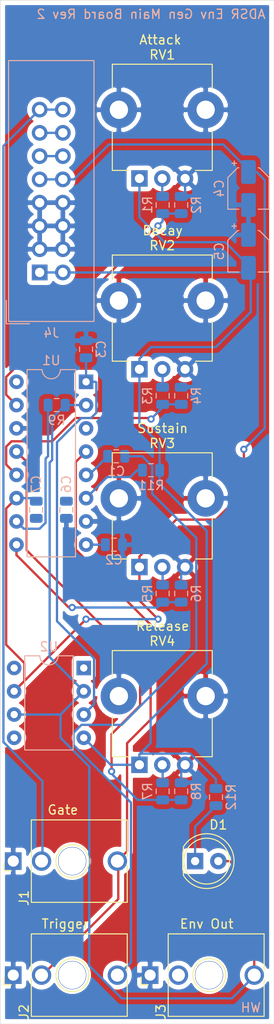
<source format=kicad_pcb>
(kicad_pcb (version 20171130) (host pcbnew "(5.1.4-0-10_14)")
  (layers (0 F.Cu signal) (31 B.Cu signal) (34 B.Paste user) (35 F.Paste user) (36 B.SilkS user) (37 F.SilkS user) (38 B.Mask user) (39 F.Mask user) (44 Edge.Cuts user))
  (net 0 "")
  (net 1 GNDREF)
  (net 2 +12V)
  (net 3 -12V)
  (net 4 /Attack)
  (net 5 /Decay)
  (net 6 /Sustain)
  (net 7 /Release)
  (net 8 "Net-(U1-Pad16)")
  (net 9 +5V)
  (net 10 "Net-(R1-Pad1)")
  (net 11 "Net-(R3-Pad1)")
  (net 12 "Net-(R5-Pad1)")
  (net 13 "Net-(R7-Pad1)")
  (net 14 "Net-(C1-Pad1)")
  (net 15 /Trigger)
  (net 16 "Net-(C2-Pad1)")
  (net 17 "Net-(C3-Pad1)")
  (net 18 /Gate)
  (net 19 /Rear_Gate)
  (net 20 /Rear_CV)
  (net 21 "Net-(R9-Pad1)")
  (net 22 "Net-(U2-Pad1)")
  (net 23 "Net-(U2-Pad5)")
  (net 24 "Net-(U2-Pad8)")
  (net 25 "Net-(D1-Pad1)")
  (net 26 "Net-(D1-Pad2)")
  (net 27 "Net-(U1-Pad3)")
  (net 28 "Net-(C6-Pad1)")
  (module Eurorack:Jack_3.5mm_QingPu_WQP-PJ398SM_Vertical_CircularHoles (layer F.Cu) (at 71.628 142.24 90)
    (fp_text reference J1 (at -4.03 -5.27 270) (layer F.SilkS))
    (fp_text value Gate)
    (fp_line (start -1.06 -7.45) (end -0.2 -7.45) (layer F.SilkS) (width 0.12))
    (fp_line (start -1.06 -7.45) (end -1.06 -6.65) (layer F.SilkS) (width 0.12))
    (fp_circle (center 0 0.03) (end 1.8 0.03) (layer F.SilkS) (width 0.12))
    (fp_line (start -0.35 -4.47) (end -4.5 -4.47) (layer F.SilkS) (width 0.12))
    (fp_line (start 4.5 -4.47) (end 0.35 -4.47) (layer F.SilkS) (width 0.12))
    (fp_line (start -0.5 6.03) (end -4.5 6.03) (layer F.SilkS) (width 0.12))
    (fp_line (start 4.5 6.03) (end 0.5 6.03) (layer F.SilkS) (width 0.12))
    (fp_line (start 4.5 -4.47) (end 4.5 6.03) (layer F.SilkS) (width 0.12))
    (fp_line (start -4.5 -4.47) (end -4.5 6.03) (layer F.SilkS) (width 0.12))
    (pad "" thru_hole circle (at 0 0 90) (size 3.1 3.1) (drill 3) (layers *.Cu *.Mask))
    (pad T thru_hole circle (at 0 4.95 270) (size 2.13 2.13) (drill 1.43) (layers *.Cu *.Mask) (net 18 /Gate))
    (pad S thru_hole rect (at 0 -6.45 270) (size 1.93 1.83) (drill 1.22) (layers *.Cu *.Mask) (net 1 GNDREF))
    (pad TN thru_hole circle (at 0 -3.35 270) (size 2.13 2.13) (drill 1.42) (layers *.Cu *.Mask) (net 19 /Rear_Gate))
  )
  (module Eurorack:Jack_3.5mm_QingPu_WQP-PJ398SM_Vertical_CircularHoles (layer F.Cu) (at 71.628 154.686 90)
    (fp_text reference J2 (at -4.03 -5.27 270) (layer F.SilkS))
    (fp_text value Trigger)
    (fp_line (start -1.06 -7.45) (end -0.2 -7.45) (layer F.SilkS) (width 0.12))
    (fp_line (start -1.06 -7.45) (end -1.06 -6.65) (layer F.SilkS) (width 0.12))
    (fp_circle (center 0 0.03) (end 1.8 0.03) (layer F.SilkS) (width 0.12))
    (fp_line (start -0.35 -4.47) (end -4.5 -4.47) (layer F.SilkS) (width 0.12))
    (fp_line (start 4.5 -4.47) (end 0.35 -4.47) (layer F.SilkS) (width 0.12))
    (fp_line (start -0.5 6.03) (end -4.5 6.03) (layer F.SilkS) (width 0.12))
    (fp_line (start 4.5 6.03) (end 0.5 6.03) (layer F.SilkS) (width 0.12))
    (fp_line (start 4.5 -4.47) (end 4.5 6.03) (layer F.SilkS) (width 0.12))
    (fp_line (start -4.5 -4.47) (end -4.5 6.03) (layer F.SilkS) (width 0.12))
    (pad "" thru_hole circle (at 0 0 90) (size 3.1 3.1) (drill 3) (layers *.Cu *.Mask))
    (pad T thru_hole circle (at 0 4.95 270) (size 2.13 2.13) (drill 1.43) (layers *.Cu *.Mask) (net 15 /Trigger))
    (pad S thru_hole rect (at 0 -6.45 270) (size 1.93 1.83) (drill 1.22) (layers *.Cu *.Mask) (net 1 GNDREF))
    (pad TN thru_hole circle (at 0 -3.35 270) (size 2.13 2.13) (drill 1.42) (layers *.Cu *.Mask) (net 18 /Gate))
  )
  (module Eurorack:Jack_3.5mm_QingPu_WQP-PJ398SM_Vertical_CircularHoles (layer F.Cu) (at 86.614 154.686 90)
    (fp_text reference J3 (at -4.03 -5.27 270) (layer F.SilkS))
    (fp_text value Env)
    (fp_line (start -1.06 -7.45) (end -0.2 -7.45) (layer F.SilkS) (width 0.12))
    (fp_line (start -1.06 -7.45) (end -1.06 -6.65) (layer F.SilkS) (width 0.12))
    (fp_circle (center 0 0.03) (end 1.8 0.03) (layer F.SilkS) (width 0.12))
    (fp_line (start -0.35 -4.47) (end -4.5 -4.47) (layer F.SilkS) (width 0.12))
    (fp_line (start 4.5 -4.47) (end 0.35 -4.47) (layer F.SilkS) (width 0.12))
    (fp_line (start -0.5 6.03) (end -4.5 6.03) (layer F.SilkS) (width 0.12))
    (fp_line (start 4.5 6.03) (end 0.5 6.03) (layer F.SilkS) (width 0.12))
    (fp_line (start 4.5 -4.47) (end 4.5 6.03) (layer F.SilkS) (width 0.12))
    (fp_line (start -4.5 -4.47) (end -4.5 6.03) (layer F.SilkS) (width 0.12))
    (pad "" thru_hole circle (at 0 0 90) (size 3.1 3.1) (drill 3) (layers *.Cu *.Mask))
    (pad T thru_hole circle (at 0 4.95 270) (size 2.13 2.13) (drill 1.43) (layers *.Cu *.Mask) (net 26 "Net-(D1-Pad2)"))
    (pad S thru_hole rect (at 0 -6.45 270) (size 1.93 1.83) (drill 1.22) (layers *.Cu *.Mask) (net 1 GNDREF))
    (pad TN thru_hole circle (at 0 -3.35 270) (size 2.13 2.13) (drill 1.42) (layers *.Cu *.Mask))
  )
  (module Eurorack:Potentiometer_TT_P0915N (layer F.Cu) (at 81.534 60.198)
    (fp_text reference RV1 (at -0.04 -5.98) (layer F.SilkS))
    (fp_text value 100K)
    (fp_line (start 5.43 6.64) (end 3.61 6.64) (layer F.SilkS) (width 0.12))
    (fp_line (start -5.51 -4.95) (end -5.51 -2.23) (layer F.SilkS) (width 0.12))
    (fp_line (start 5.43 -4.95) (end -5.51 -4.95) (layer F.SilkS) (width 0.12))
    (fp_line (start -3.69 6.64) (end -5.51 6.64) (layer F.SilkS) (width 0.12))
    (fp_line (start -5.51 2.27) (end -5.51 6.64) (layer F.SilkS) (width 0.12))
    (fp_line (start 5.43 2.27) (end 5.43 6.64) (layer F.SilkS) (width 0.12))
    (fp_line (start 5.43 -4.95) (end 5.43 -2.23) (layer F.SilkS) (width 0.12))
    (pad "" thru_hole oval (at 4.71 0.02) (size 4 4) (drill 2) (layers *.Cu *.Mask) (net 1 GNDREF))
    (pad "" thru_hole oval (at -4.79 0.02) (size 4 4) (drill 2) (layers *.Cu *.Mask) (net 1 GNDREF))
    (pad 3 thru_hole circle (at 2.46 7.52) (size 1.8 1.8) (drill 1) (layers *.Cu *.Mask) (net 1 GNDREF))
    (pad 2 thru_hole circle (at -0.04 7.52) (size 1.8 1.8) (drill 1) (layers *.Cu *.Mask) (net 10 "Net-(R1-Pad1)"))
    (pad 1 thru_hole rect (at -2.54 7.52) (size 1.8 1.8) (drill 1) (layers *.Cu *.Mask) (net 3 -12V))
  )
  (module Eurorack:Potentiometer_TT_P0915N (layer F.Cu) (at 81.534 81.026)
    (fp_text reference RV2 (at -0.04 -5.98) (layer F.SilkS))
    (fp_text value 100K)
    (fp_line (start 5.43 6.64) (end 3.61 6.64) (layer F.SilkS) (width 0.12))
    (fp_line (start -5.51 -4.95) (end -5.51 -2.23) (layer F.SilkS) (width 0.12))
    (fp_line (start 5.43 -4.95) (end -5.51 -4.95) (layer F.SilkS) (width 0.12))
    (fp_line (start -3.69 6.64) (end -5.51 6.64) (layer F.SilkS) (width 0.12))
    (fp_line (start -5.51 2.27) (end -5.51 6.64) (layer F.SilkS) (width 0.12))
    (fp_line (start 5.43 2.27) (end 5.43 6.64) (layer F.SilkS) (width 0.12))
    (fp_line (start 5.43 -4.95) (end 5.43 -2.23) (layer F.SilkS) (width 0.12))
    (pad "" thru_hole oval (at 4.71 0.02) (size 4 4) (drill 2) (layers *.Cu *.Mask) (net 1 GNDREF))
    (pad "" thru_hole oval (at -4.79 0.02) (size 4 4) (drill 2) (layers *.Cu *.Mask) (net 1 GNDREF))
    (pad 3 thru_hole circle (at 2.46 7.52) (size 1.8 1.8) (drill 1) (layers *.Cu *.Mask) (net 1 GNDREF))
    (pad 2 thru_hole circle (at -0.04 7.52) (size 1.8 1.8) (drill 1) (layers *.Cu *.Mask) (net 11 "Net-(R3-Pad1)"))
    (pad 1 thru_hole rect (at -2.54 7.52) (size 1.8 1.8) (drill 1) (layers *.Cu *.Mask) (net 3 -12V))
  )
  (module Eurorack:Potentiometer_TT_P0915N (layer F.Cu) (at 81.534 102.616)
    (fp_text reference RV3 (at -0.04 -5.98) (layer F.SilkS))
    (fp_text value 100K)
    (fp_line (start 5.43 6.64) (end 3.61 6.64) (layer F.SilkS) (width 0.12))
    (fp_line (start -5.51 -4.95) (end -5.51 -2.23) (layer F.SilkS) (width 0.12))
    (fp_line (start 5.43 -4.95) (end -5.51 -4.95) (layer F.SilkS) (width 0.12))
    (fp_line (start -3.69 6.64) (end -5.51 6.64) (layer F.SilkS) (width 0.12))
    (fp_line (start -5.51 2.27) (end -5.51 6.64) (layer F.SilkS) (width 0.12))
    (fp_line (start 5.43 2.27) (end 5.43 6.64) (layer F.SilkS) (width 0.12))
    (fp_line (start 5.43 -4.95) (end 5.43 -2.23) (layer F.SilkS) (width 0.12))
    (pad "" thru_hole oval (at 4.71 0.02) (size 4 4) (drill 2) (layers *.Cu *.Mask) (net 1 GNDREF))
    (pad "" thru_hole oval (at -4.79 0.02) (size 4 4) (drill 2) (layers *.Cu *.Mask) (net 1 GNDREF))
    (pad 3 thru_hole circle (at 2.46 7.52) (size 1.8 1.8) (drill 1) (layers *.Cu *.Mask) (net 1 GNDREF))
    (pad 2 thru_hole circle (at -0.04 7.52) (size 1.8 1.8) (drill 1) (layers *.Cu *.Mask) (net 12 "Net-(R5-Pad1)"))
    (pad 1 thru_hole rect (at -2.54 7.52) (size 1.8 1.8) (drill 1) (layers *.Cu *.Mask) (net 2 +12V))
  )
  (module Eurorack:Potentiometer_TT_P0915N (layer F.Cu) (at 81.534 124.206)
    (fp_text reference RV4 (at -0.04 -5.98) (layer F.SilkS))
    (fp_text value R_POT_US)
    (fp_line (start 5.43 6.64) (end 3.61 6.64) (layer F.SilkS) (width 0.12))
    (fp_line (start -5.51 -4.95) (end -5.51 -2.23) (layer F.SilkS) (width 0.12))
    (fp_line (start 5.43 -4.95) (end -5.51 -4.95) (layer F.SilkS) (width 0.12))
    (fp_line (start -3.69 6.64) (end -5.51 6.64) (layer F.SilkS) (width 0.12))
    (fp_line (start -5.51 2.27) (end -5.51 6.64) (layer F.SilkS) (width 0.12))
    (fp_line (start 5.43 2.27) (end 5.43 6.64) (layer F.SilkS) (width 0.12))
    (fp_line (start 5.43 -4.95) (end 5.43 -2.23) (layer F.SilkS) (width 0.12))
    (pad "" thru_hole oval (at 4.71 0.02) (size 4 4) (drill 2) (layers *.Cu *.Mask) (net 1 GNDREF))
    (pad "" thru_hole oval (at -4.79 0.02) (size 4 4) (drill 2) (layers *.Cu *.Mask) (net 1 GNDREF))
    (pad 3 thru_hole circle (at 2.46 7.52) (size 1.8 1.8) (drill 1) (layers *.Cu *.Mask) (net 1 GNDREF))
    (pad 2 thru_hole circle (at -0.04 7.52) (size 1.8 1.8) (drill 1) (layers *.Cu *.Mask) (net 13 "Net-(R7-Pad1)"))
    (pad 1 thru_hole rect (at -2.54 7.52) (size 1.8 1.8) (drill 1) (layers *.Cu *.Mask) (net 3 -12V))
  )
  (module Package_DIP:DIP-16_W7.62mm (layer B.Cu) (at 73.152 89.916 180)
    (fp_text reference U1 (at 3.81 2.33 180) (layer B.SilkS) (effects (justify mirror)))
    (fp_text value AS3310)
    (fp_line (start 6.46 1.33) (end 4.81 1.33) (layer B.SilkS) (width 0.12))
    (fp_line (start 6.46 -19.11) (end 6.46 1.33) (layer B.SilkS) (width 0.12))
    (fp_line (start 1.16 -19.11) (end 6.46 -19.11) (layer B.SilkS) (width 0.12))
    (fp_line (start 1.16 1.33) (end 1.16 -19.11) (layer B.SilkS) (width 0.12))
    (fp_line (start 2.81 1.33) (end 1.16 1.33) (layer B.SilkS) (width 0.12))
    (fp_arc (start 3.81 1.33) (end 2.81 1.33) (angle 180) (layer B.SilkS) (width 0.12))
    (pad 16 thru_hole oval (at 7.62 0 180) (size 1.6 1.6) (drill 0.8) (layers *.Cu *.Mask) (net 8 "Net-(U1-Pad16)"))
    (pad 8 thru_hole oval (at 0 -17.78 180) (size 1.6 1.6) (drill 0.8) (layers *.Cu *.Mask) (net 16 "Net-(C2-Pad1)"))
    (pad 15 thru_hole oval (at 7.62 -2.54 180) (size 1.6 1.6) (drill 0.8) (layers *.Cu *.Mask) (net 4 /Attack))
    (pad 7 thru_hole oval (at 0 -15.24 180) (size 1.6 1.6) (drill 0.8) (layers *.Cu *.Mask) (net 1 GNDREF))
    (pad 14 thru_hole oval (at 7.62 -5.08 180) (size 1.6 1.6) (drill 0.8) (layers *.Cu *.Mask) (net 1 GNDREF))
    (pad 6 thru_hole oval (at 0 -12.7 180) (size 1.6 1.6) (drill 0.8) (layers *.Cu *.Mask) (net 28 "Net-(C6-Pad1)"))
    (pad 13 thru_hole oval (at 7.62 -7.62 180) (size 1.6 1.6) (drill 0.8) (layers *.Cu *.Mask) (net 7 /Release))
    (pad 5 thru_hole oval (at 0 -10.16 180) (size 1.6 1.6) (drill 0.8) (layers *.Cu *.Mask) (net 14 "Net-(C1-Pad1)"))
    (pad 12 thru_hole oval (at 7.62 -10.16 180) (size 1.6 1.6) (drill 0.8) (layers *.Cu *.Mask) (net 5 /Decay))
    (pad 4 thru_hole oval (at 0 -7.62 180) (size 1.6 1.6) (drill 0.8) (layers *.Cu *.Mask) (net 18 /Gate))
    (pad 11 thru_hole oval (at 7.62 -12.7 180) (size 1.6 1.6) (drill 0.8) (layers *.Cu *.Mask) (net 2 +12V))
    (pad 3 thru_hole oval (at 0 -5.08 180) (size 1.6 1.6) (drill 0.8) (layers *.Cu *.Mask) (net 27 "Net-(U1-Pad3)"))
    (pad 10 thru_hole oval (at 7.62 -15.24 180) (size 1.6 1.6) (drill 0.8) (layers *.Cu *.Mask) (net 21 "Net-(R9-Pad1)"))
    (pad 2 thru_hole oval (at 0 -2.54 180) (size 1.6 1.6) (drill 0.8) (layers *.Cu *.Mask) (net 26 "Net-(D1-Pad2)"))
    (pad 9 thru_hole oval (at 7.62 -17.78 180) (size 1.6 1.6) (drill 0.8) (layers *.Cu *.Mask) (net 6 /Sustain))
    (pad 1 thru_hole rect (at 0 0 180) (size 1.6 1.6) (drill 0.8) (layers *.Cu *.Mask) (net 17 "Net-(C3-Pad1)"))
  )
  (module Connector_IDC:IDC-Header_2x08_P2.54mm_Vertical (layer B.Cu) (at 68.072 77.978)
    (fp_text reference J4 (at 1.27 6.604) (layer B.SilkS) (effects (justify mirror)))
    (fp_text value Conn_01x16)
    (fp_line (start -3.655 5.6) (end -1.115 5.6) (layer B.SilkS) (width 0.12))
    (fp_line (start -3.655 5.6) (end -3.655 3.06) (layer B.SilkS) (width 0.12))
    (fp_line (start -3.405 5.35) (end 5.945 5.35) (layer B.SilkS) (width 0.12))
    (fp_line (start -3.405 -23.13) (end -3.405 5.35) (layer B.SilkS) (width 0.12))
    (fp_line (start 5.945 -23.13) (end -3.405 -23.13) (layer B.SilkS) (width 0.12))
    (fp_line (start 5.945 5.35) (end 5.945 -23.13) (layer B.SilkS) (width 0.12))
    (pad 16 thru_hole oval (at 2.54 -17.78) (size 1.7272 1.7272) (drill 1.016) (layers *.Cu *.Mask) (net 19 /Rear_Gate))
    (pad 15 thru_hole oval (at 0 -17.78) (size 1.7272 1.7272) (drill 1.016) (layers *.Cu *.Mask) (net 19 /Rear_Gate))
    (pad 14 thru_hole oval (at 2.54 -15.24) (size 1.7272 1.7272) (drill 1.016) (layers *.Cu *.Mask) (net 20 /Rear_CV))
    (pad 13 thru_hole oval (at 0 -15.24) (size 1.7272 1.7272) (drill 1.016) (layers *.Cu *.Mask) (net 20 /Rear_CV))
    (pad 12 thru_hole oval (at 2.54 -12.7) (size 1.7272 1.7272) (drill 1.016) (layers *.Cu *.Mask) (net 9 +5V))
    (pad 11 thru_hole oval (at 0 -12.7) (size 1.7272 1.7272) (drill 1.016) (layers *.Cu *.Mask) (net 9 +5V))
    (pad 10 thru_hole oval (at 2.54 -10.16) (size 1.7272 1.7272) (drill 1.016) (layers *.Cu *.Mask) (net 2 +12V))
    (pad 9 thru_hole oval (at 0 -10.16) (size 1.7272 1.7272) (drill 1.016) (layers *.Cu *.Mask) (net 2 +12V))
    (pad 8 thru_hole oval (at 2.54 -7.62) (size 1.7272 1.7272) (drill 1.016) (layers *.Cu *.Mask) (net 1 GNDREF))
    (pad 7 thru_hole oval (at 0 -7.62) (size 1.7272 1.7272) (drill 1.016) (layers *.Cu *.Mask) (net 1 GNDREF))
    (pad 6 thru_hole oval (at 2.54 -5.08) (size 1.7272 1.7272) (drill 1.016) (layers *.Cu *.Mask) (net 1 GNDREF))
    (pad 5 thru_hole oval (at 0 -5.08) (size 1.7272 1.7272) (drill 1.016) (layers *.Cu *.Mask) (net 1 GNDREF))
    (pad 4 thru_hole oval (at 2.54 -2.54) (size 1.7272 1.7272) (drill 1.016) (layers *.Cu *.Mask) (net 1 GNDREF))
    (pad 3 thru_hole oval (at 0 -2.54) (size 1.7272 1.7272) (drill 1.016) (layers *.Cu *.Mask) (net 1 GNDREF))
    (pad 2 thru_hole oval (at 2.54 0) (size 1.7272 1.7272) (drill 1.016) (layers *.Cu *.Mask) (net 3 -12V))
    (pad 1 thru_hole rect (at 0 0) (size 1.7272 1.7272) (drill 1.016) (layers *.Cu *.Mask) (net 3 -12V))
  )
  (module Resistor_SMD:R_0805_2012Metric (layer B.Cu) (at 81.534 70.612 270)
    (fp_text reference R1 (at 0 1.65 90) (layer B.SilkS) (effects (justify mirror)))
    (fp_text value 22K)
    (fp_line (start -0.258578 -0.71) (end 0.258578 -0.71) (layer B.SilkS) (width 0.12))
    (fp_line (start -0.258578 0.71) (end 0.258578 0.71) (layer B.SilkS) (width 0.12))
    (pad 2 smd roundrect (at 0.9375 0 270) (size 0.975 1.4) (layers B.Cu B.Paste B.Mask) (net 4 /Attack))
    (pad 1 smd roundrect (at -0.9375 0 270) (size 0.975 1.4) (layers B.Cu B.Paste B.Mask) (net 10 "Net-(R1-Pad1)"))
  )
  (module Resistor_SMD:R_0805_2012Metric (layer B.Cu) (at 83.566 70.612 90)
    (fp_text reference R2 (at 0 1.65 90) (layer B.SilkS) (effects (justify mirror)))
    (fp_text value 450)
    (fp_line (start -0.258578 -0.71) (end 0.258578 -0.71) (layer B.SilkS) (width 0.12))
    (fp_line (start -0.258578 0.71) (end 0.258578 0.71) (layer B.SilkS) (width 0.12))
    (pad 2 smd roundrect (at 0.9375 0 90) (size 0.975 1.4) (layers B.Cu B.Paste B.Mask) (net 1 GNDREF))
    (pad 1 smd roundrect (at -0.9375 0 90) (size 0.975 1.4) (layers B.Cu B.Paste B.Mask) (net 4 /Attack))
  )
  (module Resistor_SMD:R_0805_2012Metric (layer B.Cu) (at 81.534 91.44 270)
    (fp_text reference R3 (at 0 1.65 90) (layer B.SilkS) (effects (justify mirror)))
    (fp_text value 22K)
    (fp_line (start -0.258578 -0.71) (end 0.258578 -0.71) (layer B.SilkS) (width 0.12))
    (fp_line (start -0.258578 0.71) (end 0.258578 0.71) (layer B.SilkS) (width 0.12))
    (pad 2 smd roundrect (at 0.9375 0 270) (size 0.975 1.4) (layers B.Cu B.Paste B.Mask) (net 5 /Decay))
    (pad 1 smd roundrect (at -0.9375 0 270) (size 0.975 1.4) (layers B.Cu B.Paste B.Mask) (net 11 "Net-(R3-Pad1)"))
  )
  (module Resistor_SMD:R_0805_2012Metric (layer B.Cu) (at 83.566 91.44 90)
    (fp_text reference R4 (at 0 1.65 90) (layer B.SilkS) (effects (justify mirror)))
    (fp_text value 450)
    (fp_line (start -0.258578 -0.71) (end 0.258578 -0.71) (layer B.SilkS) (width 0.12))
    (fp_line (start -0.258578 0.71) (end 0.258578 0.71) (layer B.SilkS) (width 0.12))
    (pad 2 smd roundrect (at 0.9375 0 90) (size 0.975 1.4) (layers B.Cu B.Paste B.Mask) (net 1 GNDREF))
    (pad 1 smd roundrect (at -0.9375 0 90) (size 0.975 1.4) (layers B.Cu B.Paste B.Mask) (net 5 /Decay))
  )
  (module Resistor_SMD:R_0805_2012Metric (layer B.Cu) (at 81.534 113.03 270)
    (fp_text reference R5 (at 0 1.65 270) (layer B.SilkS) (effects (justify mirror)))
    (fp_text value R_US)
    (fp_line (start -0.258578 -0.71) (end 0.258578 -0.71) (layer B.SilkS) (width 0.12))
    (fp_line (start -0.258578 0.71) (end 0.258578 0.71) (layer B.SilkS) (width 0.12))
    (pad 2 smd roundrect (at 0.9375 0 270) (size 0.975 1.4) (layers B.Cu B.Paste B.Mask) (net 6 /Sustain))
    (pad 1 smd roundrect (at -0.9375 0 270) (size 0.975 1.4) (layers B.Cu B.Paste B.Mask) (net 12 "Net-(R5-Pad1)"))
  )
  (module Resistor_SMD:R_0805_2012Metric (layer B.Cu) (at 83.566 113.03 90)
    (fp_text reference R6 (at 0 1.65 90) (layer B.SilkS) (effects (justify mirror)))
    (fp_text value R_US)
    (fp_line (start -0.258578 -0.71) (end 0.258578 -0.71) (layer B.SilkS) (width 0.12))
    (fp_line (start -0.258578 0.71) (end 0.258578 0.71) (layer B.SilkS) (width 0.12))
    (pad 2 smd roundrect (at 0.9375 0 90) (size 0.975 1.4) (layers B.Cu B.Paste B.Mask) (net 1 GNDREF))
    (pad 1 smd roundrect (at -0.9375 0 90) (size 0.975 1.4) (layers B.Cu B.Paste B.Mask) (net 6 /Sustain))
  )
  (module Resistor_SMD:R_0805_2012Metric (layer B.Cu) (at 81.534 134.62 270)
    (fp_text reference R7 (at 0 1.65 270) (layer B.SilkS) (effects (justify mirror)))
    (fp_text value 22K)
    (fp_line (start -0.258578 -0.71) (end 0.258578 -0.71) (layer B.SilkS) (width 0.12))
    (fp_line (start -0.258578 0.71) (end 0.258578 0.71) (layer B.SilkS) (width 0.12))
    (pad 2 smd roundrect (at 0.9375 0 270) (size 0.975 1.4) (layers B.Cu B.Paste B.Mask) (net 7 /Release))
    (pad 1 smd roundrect (at -0.9375 0 270) (size 0.975 1.4) (layers B.Cu B.Paste B.Mask) (net 13 "Net-(R7-Pad1)"))
  )
  (module Resistor_SMD:R_0805_2012Metric (layer B.Cu) (at 83.566 134.62 90)
    (fp_text reference R8 (at 0 1.65 270) (layer B.SilkS) (effects (justify mirror)))
    (fp_text value 450)
    (fp_line (start -0.258578 -0.71) (end 0.258578 -0.71) (layer B.SilkS) (width 0.12))
    (fp_line (start -0.258578 0.71) (end 0.258578 0.71) (layer B.SilkS) (width 0.12))
    (pad 2 smd roundrect (at 0.9375 0 90) (size 0.975 1.4) (layers B.Cu B.Paste B.Mask) (net 1 GNDREF))
    (pad 1 smd roundrect (at -0.9375 0 90) (size 0.975 1.4) (layers B.Cu B.Paste B.Mask) (net 7 /Release))
  )
  (module Capacitor_SMD:C_0805_2012Metric (layer B.Cu) (at 76.454 98.044)
    (fp_text reference C1 (at 0 1.65) (layer B.SilkS) (effects (justify mirror)))
    (fp_text value 3nF)
    (fp_line (start -0.258578 -0.71) (end 0.258578 -0.71) (layer B.SilkS) (width 0.12))
    (fp_line (start -0.258578 0.71) (end 0.258578 0.71) (layer B.SilkS) (width 0.12))
    (pad 2 smd roundrect (at 0.9375 0) (size 0.975 1.4) (layers B.Cu B.Paste B.Mask) (net 15 /Trigger))
    (pad 1 smd roundrect (at -0.9375 0) (size 0.975 1.4) (layers B.Cu B.Paste B.Mask) (net 14 "Net-(C1-Pad1)"))
  )
  (module Capacitor_SMD:C_0805_2012Metric (layer B.Cu) (at 76.2 107.696)
    (fp_text reference C2 (at 0 1.65) (layer B.SilkS) (effects (justify mirror)))
    (fp_text value 10nF)
    (fp_line (start -0.258578 -0.71) (end 0.258578 -0.71) (layer B.SilkS) (width 0.12))
    (fp_line (start -0.258578 0.71) (end 0.258578 0.71) (layer B.SilkS) (width 0.12))
    (pad 2 smd roundrect (at 0.9375 0) (size 0.975 1.4) (layers B.Cu B.Paste B.Mask) (net 1 GNDREF))
    (pad 1 smd roundrect (at -0.9375 0) (size 0.975 1.4) (layers B.Cu B.Paste B.Mask) (net 16 "Net-(C2-Pad1)"))
  )
  (module Capacitor_SMD:C_0805_2012Metric (layer B.Cu) (at 73.152 86.36 90)
    (fp_text reference C3 (at 0 1.65 90) (layer B.SilkS) (effects (justify mirror)))
    (fp_text value 39nF)
    (fp_line (start -0.258578 -0.71) (end 0.258578 -0.71) (layer B.SilkS) (width 0.12))
    (fp_line (start -0.258578 0.71) (end 0.258578 0.71) (layer B.SilkS) (width 0.12))
    (pad 2 smd roundrect (at 0.9375 0 90) (size 0.975 1.4) (layers B.Cu B.Paste B.Mask) (net 1 GNDREF))
    (pad 1 smd roundrect (at -0.9375 0 90) (size 0.975 1.4) (layers B.Cu B.Paste B.Mask) (net 17 "Net-(C3-Pad1)"))
  )
  (module Capacitor_SMD:CP_Elec_4x3 (layer B.Cu) (at 90.932 68.812 270)
    (fp_text reference C4 (at 0 3.2 90) (layer B.SilkS) (effects (justify mirror)))
    (fp_text value CP1)
    (fp_line (start -2.75 1.81) (end -2.75 1.31) (layer B.SilkS) (width 0.12))
    (fp_line (start -3 1.56) (end -2.5 1.56) (layer B.SilkS) (width 0.12))
    (fp_line (start -2.26 -1.195563) (end -1.195563 -2.26) (layer B.SilkS) (width 0.12))
    (fp_line (start -2.26 1.195563) (end -1.195563 2.26) (layer B.SilkS) (width 0.12))
    (fp_line (start -2.26 1.195563) (end -2.26 1.06) (layer B.SilkS) (width 0.12))
    (fp_line (start -2.26 -1.195563) (end -2.26 -1.06) (layer B.SilkS) (width 0.12))
    (fp_line (start -1.195563 -2.26) (end 2.26 -2.26) (layer B.SilkS) (width 0.12))
    (fp_line (start -1.195563 2.26) (end 2.26 2.26) (layer B.SilkS) (width 0.12))
    (fp_line (start 2.26 2.26) (end 2.26 1.06) (layer B.SilkS) (width 0.12))
    (fp_line (start 2.26 -2.26) (end 2.26 -1.06) (layer B.SilkS) (width 0.12))
    (pad 2 smd roundrect (at 1.8 0 270) (size 2.6 1.6) (layers B.Cu B.Paste B.Mask) (roundrect_rratio 0.15625) (net 1 GNDREF))
    (pad 1 smd roundrect (at -1.8 0 270) (size 2.6 1.6) (layers B.Cu B.Paste B.Mask) (roundrect_rratio 0.15625) (net 2 +12V))
  )
  (module Capacitor_SMD:CP_Elec_4x3 (layer B.Cu) (at 90.932 75.67 270)
    (fp_text reference C5 (at 0 3.2 270) (layer B.SilkS) (effects (justify mirror)))
    (fp_text value CP1)
    (fp_line (start -2.75 1.81) (end -2.75 1.31) (layer B.SilkS) (width 0.12))
    (fp_line (start -3 1.56) (end -2.5 1.56) (layer B.SilkS) (width 0.12))
    (fp_line (start -2.26 -1.195563) (end -1.195563 -2.26) (layer B.SilkS) (width 0.12))
    (fp_line (start -2.26 1.195563) (end -1.195563 2.26) (layer B.SilkS) (width 0.12))
    (fp_line (start -2.26 1.195563) (end -2.26 1.06) (layer B.SilkS) (width 0.12))
    (fp_line (start -2.26 -1.195563) (end -2.26 -1.06) (layer B.SilkS) (width 0.12))
    (fp_line (start -1.195563 -2.26) (end 2.26 -2.26) (layer B.SilkS) (width 0.12))
    (fp_line (start -1.195563 2.26) (end 2.26 2.26) (layer B.SilkS) (width 0.12))
    (fp_line (start 2.26 2.26) (end 2.26 1.06) (layer B.SilkS) (width 0.12))
    (fp_line (start 2.26 -2.26) (end 2.26 -1.06) (layer B.SilkS) (width 0.12))
    (pad 2 smd roundrect (at 1.8 0 270) (size 2.6 1.6) (layers B.Cu B.Paste B.Mask) (roundrect_rratio 0.15625) (net 3 -12V))
    (pad 1 smd roundrect (at -1.8 0 270) (size 2.6 1.6) (layers B.Cu B.Paste B.Mask) (roundrect_rratio 0.15625) (net 1 GNDREF))
  )
  (module Resistor_SMD:R_0805_2012Metric (layer B.Cu) (at 69.9285 92.456)
    (fp_text reference R9 (at 0 1.65) (layer B.SilkS) (effects (justify mirror)))
    (fp_text value 30K)
    (fp_line (start -0.258578 -0.71) (end 0.258578 -0.71) (layer B.SilkS) (width 0.12))
    (fp_line (start -0.258578 0.71) (end 0.258578 0.71) (layer B.SilkS) (width 0.12))
    (pad 2 smd roundrect (at 0.9375 0) (size 0.975 1.4) (layers B.Cu B.Paste B.Mask) (net 26 "Net-(D1-Pad2)"))
    (pad 1 smd roundrect (at -0.9375 0) (size 0.975 1.4) (layers B.Cu B.Paste B.Mask) (net 21 "Net-(R9-Pad1)"))
  )
  (module Resistor_SMD:R_0805_2012Metric (layer B.Cu) (at 80.264 99.568)
    (fp_text reference R11 (at 0 1.65) (layer B.SilkS) (effects (justify mirror)))
    (fp_text value 470)
    (fp_line (start -0.258578 -0.71) (end 0.258578 -0.71) (layer B.SilkS) (width 0.12))
    (fp_line (start -0.258578 0.71) (end 0.258578 0.71) (layer B.SilkS) (width 0.12))
    (pad 2 smd roundrect (at 0.9375 0) (size 0.975 1.4) (layers B.Cu B.Paste B.Mask) (net 3 -12V))
    (pad 1 smd roundrect (at -0.9375 0) (size 0.975 1.4) (layers B.Cu B.Paste B.Mask) (net 28 "Net-(C6-Pad1)"))
  )
  (module Package_DIP:DIP-8_W7.62mm (layer B.Cu) (at 72.898 121.158 180)
    (fp_text reference U2 (at 3.81 2.33) (layer B.SilkS) (effects (justify mirror)))
    (fp_text value TL071)
    (fp_line (start 6.46 1.33) (end 4.81 1.33) (layer B.SilkS) (width 0.12))
    (fp_line (start 6.46 -8.95) (end 6.46 1.33) (layer B.SilkS) (width 0.12))
    (fp_line (start 1.16 -8.95) (end 6.46 -8.95) (layer B.SilkS) (width 0.12))
    (fp_line (start 1.16 1.33) (end 1.16 -8.95) (layer B.SilkS) (width 0.12))
    (fp_line (start 2.81 1.33) (end 1.16 1.33) (layer B.SilkS) (width 0.12))
    (fp_arc (start 3.81 1.33) (end 2.81 1.33) (angle 180) (layer B.SilkS) (width 0.12))
    (pad 8 thru_hole oval (at 7.62 0 180) (size 1.6 1.6) (drill 0.8) (layers *.Cu *.Mask) (net 24 "Net-(U2-Pad8)"))
    (pad 4 thru_hole oval (at 0 -7.62 180) (size 1.6 1.6) (drill 0.8) (layers *.Cu *.Mask) (net 3 -12V))
    (pad 7 thru_hole oval (at 7.62 -2.54 180) (size 1.6 1.6) (drill 0.8) (layers *.Cu *.Mask) (net 2 +12V))
    (pad 3 thru_hole oval (at 0 -5.08 180) (size 1.6 1.6) (drill 0.8) (layers *.Cu *.Mask) (net 17 "Net-(C3-Pad1)"))
    (pad 6 thru_hole oval (at 7.62 -5.08 180) (size 1.6 1.6) (drill 0.8) (layers *.Cu *.Mask) (net 26 "Net-(D1-Pad2)"))
    (pad 2 thru_hole oval (at 0 -2.54 180) (size 1.6 1.6) (drill 0.8) (layers *.Cu *.Mask) (net 26 "Net-(D1-Pad2)"))
    (pad 5 thru_hole oval (at 7.62 -7.62 180) (size 1.6 1.6) (drill 0.8) (layers *.Cu *.Mask) (net 23 "Net-(U2-Pad5)"))
    (pad 1 thru_hole rect (at 0 0 180) (size 1.6 1.6) (drill 0.8) (layers *.Cu *.Mask) (net 22 "Net-(U2-Pad1)"))
  )
  (module Resistor_SMD:R_0805_2012Metric (layer B.Cu) (at 87.376 135.255 90)
    (fp_text reference R12 (at 0 1.65 270) (layer B.SilkS) (effects (justify mirror)))
    (fp_text value R_US)
    (fp_line (start -0.258578 0.71) (end 0.258578 0.71) (layer B.SilkS) (width 0.12))
    (fp_line (start -0.258578 -0.71) (end 0.258578 -0.71) (layer B.SilkS) (width 0.12))
    (pad 1 smd roundrect (at -0.9375 0 90) (size 0.975 1.4) (layers B.Cu B.Paste B.Mask) (net 25 "Net-(D1-Pad1)"))
    (pad 2 smd roundrect (at 0.9375 0 90) (size 0.975 1.4) (layers B.Cu B.Paste B.Mask) (net 3 -12V))
  )
  (module Eurorack:LED_D5.0mm (layer F.Cu) (at 86.36 142.24)
    (fp_text reference D1 (at 1.27 -3.96) (layer F.SilkS))
    (fp_text value LED)
    (fp_line (start -2.56 -1.545) (end -2.56 1.545) (layer F.SilkS) (width 0.12))
    (fp_circle (center 0 0) (end 2.5 0) (layer F.SilkS) (width 0.12))
    (fp_arc (start 0 0) (end -2.56 1.54483) (angle -148.9) (layer F.SilkS) (width 0.12))
    (fp_arc (start 0 0) (end -2.56 -1.54483) (angle 148.9) (layer F.SilkS) (width 0.12))
    (pad 2 thru_hole circle (at 1.27 0) (size 1.8 1.8) (drill 0.9) (layers *.Cu *.Mask) (net 26 "Net-(D1-Pad2)"))
    (pad 1 thru_hole rect (at -1.27 0) (size 1.8 1.8) (drill 0.9) (layers *.Cu *.Mask) (net 25 "Net-(D1-Pad1)"))
  )
  (module Capacitor_SMD:C_0805_2012Metric (layer B.Cu) (at 70.993 103.886 270)
    (fp_text reference C6 (at -2.794 0 270) (layer B.SilkS) (effects (justify mirror)))
    (fp_text value 0.1uF)
    (fp_line (start -0.258578 -0.71) (end 0.258578 -0.71) (layer B.SilkS) (width 0.12))
    (fp_line (start -0.258578 0.71) (end 0.258578 0.71) (layer B.SilkS) (width 0.12))
    (pad 2 smd roundrect (at 0.9375 0 270) (size 0.975 1.4) (layers B.Cu B.Paste B.Mask) (net 1 GNDREF))
    (pad 1 smd roundrect (at -0.9375 0 270) (size 0.975 1.4) (layers B.Cu B.Paste B.Mask) (net 28 "Net-(C6-Pad1)"))
  )
  (module Capacitor_SMD:C_0805_2012Metric (layer B.Cu) (at 67.691 103.886 270)
    (fp_text reference C7 (at -2.794 0 270) (layer B.SilkS) (effects (justify mirror)))
    (fp_text value 0.1uF)
    (fp_line (start -0.258578 0.71) (end 0.258578 0.71) (layer B.SilkS) (width 0.12))
    (fp_line (start -0.258578 -0.71) (end 0.258578 -0.71) (layer B.SilkS) (width 0.12))
    (pad 1 smd roundrect (at -0.9375 0 270) (size 0.975 1.4) (layers B.Cu B.Paste B.Mask) (net 2 +12V))
    (pad 2 smd roundrect (at 0.9375 0 270) (size 0.975 1.4) (layers B.Cu B.Paste B.Mask) (net 1 GNDREF))
  )
  (gr_text "WH\n" (at 91.186 158.242) (layer B.SilkS) (effects (font (size 1 1)) (justify mirror)))
  (gr_text "ADSR Env Gen Main Board Rev 2" (at 80.264 49.784) (layer B.SilkS) (effects (font (size 1 1)) (justify mirror)))
  (gr_text "Env Out" (at 86.36 149.098) (layer F.SilkS) (effects (font (size 1 1))))
  (gr_text "Trigger\n" (at 70.866 149.098) (layer F.SilkS) (effects (font (size 1 1))))
  (gr_text Gate (at 70.612 136.652) (layer F.SilkS) (effects (font (size 1 1))))
  (gr_text Release (at 81.534 116.586) (layer F.SilkS) (effects (font (size 1 1))))
  (gr_text Sustain (at 81.534 94.996) (layer F.SilkS) (effects (font (size 1 1))))
  (gr_text Decay (at 81.534 73.406) (layer F.SilkS) (effects (font (size 1 1))))
  (gr_text Attack (at 81.28 52.578) (layer F.SilkS) (effects (font (size 1 1))))
  (gr_line (start 63.754 160.02) (end 63.754 48.26) (layer Edge.Cuts) (width 0.05))
  (gr_line (start 93.726 160.02) (end 63.754 160.02) (layer Edge.Cuts) (width 0.05))
  (gr_line (start 93.726 48.26) (end 93.726 160.02) (layer Edge.Cuts) (width 0.05))
  (gr_line (start 63.754 48.26) (end 93.726 48.26) (layer Edge.Cuts) (width 0.05))
  (segment (start 81.28 60.96) (end 81.28 58.293) (width 0.25) (layer B.Cu) (net 0))
  (segment (start 83.566 132.154) (end 83.994 131.726) (width 0.25) (layer B.Cu) (net 1))
  (segment (start 83.566 133.6825) (end 83.566 132.154) (width 0.25) (layer B.Cu) (net 1))
  (segment (start 83.994 69.2465) (end 83.566 69.6745) (width 0.25) (layer B.Cu) (net 1))
  (segment (start 83.994 67.718) (end 83.994 69.2465) (width 0.25) (layer B.Cu) (net 1))
  (segment (start 83.566 110.564) (end 83.994 110.136) (width 0.25) (layer B.Cu) (net 1))
  (segment (start 83.566 112.0925) (end 83.566 110.564) (width 0.25) (layer B.Cu) (net 1))
  (segment (start 69.293314 67.818) (end 70.612 67.818) (width 0.25) (layer B.Cu) (net 2))
  (segment (start 68.072 67.818) (end 69.293314 67.818) (width 0.25) (layer B.Cu) (net 2))
  (segment (start 88.182 64.008) (end 91.186 67.012) (width 0.25) (layer B.Cu) (net 2))
  (segment (start 90.424 98.300233) (end 90.424 97.282) (width 0.25) (layer F.Cu) (net 2))
  (segment (start 87.360001 104.961001) (end 90.424 101.897002) (width 0.25) (layer F.Cu) (net 2))
  (segment (start 83.018999 104.961001) (end 87.360001 104.961001) (width 0.25) (layer F.Cu) (net 2))
  (segment (start 90.424 101.897002) (end 90.424 98.300233) (width 0.25) (layer F.Cu) (net 2))
  (segment (start 78.994 108.986) (end 83.018999 104.961001) (width 0.25) (layer F.Cu) (net 2))
  (segment (start 78.994 110.136) (end 78.994 108.986) (width 0.25) (layer F.Cu) (net 2))
  (via (at 81.026 115.824) (size 0.8) (drill 0.4) (layers F.Cu B.Cu) (net 2))
  (segment (start 78.994 113.792) (end 81.026 115.824) (width 0.25) (layer F.Cu) (net 2))
  (segment (start 78.994 110.136) (end 78.994 113.792) (width 0.25) (layer F.Cu) (net 2))
  (segment (start 81.026 115.824) (end 73.152 115.824) (width 0.25) (layer B.Cu) (net 2))
  (segment (start 66.077999 122.898001) (end 65.278 123.698) (width 0.25) (layer F.Cu) (net 2))
  (segment (start 66.403001 122.572999) (end 66.077999 122.898001) (width 0.25) (layer F.Cu) (net 2))
  (segment (start 66.403001 120.617999) (end 66.403001 122.572999) (width 0.25) (layer F.Cu) (net 2))
  (segment (start 64.406999 103.741001) (end 64.406999 118.621997) (width 0.25) (layer F.Cu) (net 2))
  (segment (start 64.406999 118.621997) (end 66.403001 120.617999) (width 0.25) (layer F.Cu) (net 2))
  (segment (start 65.532 102.616) (end 64.406999 103.741001) (width 0.25) (layer F.Cu) (net 2))
  (via (at 73.147347 115.828653) (size 0.8) (drill 0.4) (layers F.Cu B.Cu) (net 2))
  (segment (start 73.152 115.824) (end 73.147347 115.828653) (width 0.25) (layer B.Cu) (net 2))
  (segment (start 73.147347 115.828653) (end 65.278 123.698) (width 0.25) (layer F.Cu) (net 2))
  (via (at 90.424 97.282) (size 0.8) (drill 0.4) (layers F.Cu B.Cu) (net 2))
  (segment (start 91.832 67.012) (end 92.71 67.89) (width 0.25) (layer B.Cu) (net 2))
  (segment (start 90.932 67.012) (end 91.832 67.012) (width 0.25) (layer B.Cu) (net 2))
  (segment (start 92.71 94.996) (end 90.424 97.282) (width 0.25) (layer B.Cu) (net 2))
  (segment (start 92.71 67.89) (end 92.71 94.996) (width 0.25) (layer B.Cu) (net 2))
  (segment (start 67.7395 102.616) (end 68.072 102.9485) (width 0.25) (layer B.Cu) (net 2))
  (segment (start 67.3585 102.616) (end 67.691 102.9485) (width 0.25) (layer B.Cu) (net 2))
  (segment (start 65.532 102.616) (end 67.3585 102.616) (width 0.25) (layer B.Cu) (net 2))
  (segment (start 75.643314 64.008) (end 88.182 64.008) (width 0.25) (layer B.Cu) (net 2))
  (segment (start 71.833314 67.818) (end 75.643314 64.008) (width 0.25) (layer B.Cu) (net 2))
  (segment (start 70.612 67.818) (end 71.833314 67.818) (width 0.25) (layer B.Cu) (net 2))
  (segment (start 90.678 77.978) (end 91.186 77.47) (width 0.25) (layer B.Cu) (net 3))
  (segment (start 78.994 77.978) (end 90.678 77.978) (width 0.25) (layer B.Cu) (net 3))
  (segment (start 80.264 86.126) (end 78.994 87.396) (width 0.25) (layer B.Cu) (net 3))
  (segment (start 78.994 87.396) (end 78.994 88.546) (width 0.25) (layer B.Cu) (net 3))
  (segment (start 80.219001 129.350999) (end 78.994 130.576) (width 0.25) (layer B.Cu) (net 3))
  (segment (start 80.219001 126.809997) (end 86.36 120.668998) (width 0.25) (layer B.Cu) (net 3))
  (segment (start 80.219001 129.350999) (end 80.219001 126.809997) (width 0.25) (layer B.Cu) (net 3))
  (segment (start 81.2015 100.368) (end 81.2015 99.568) (width 0.25) (layer B.Cu) (net 3))
  (segment (start 81.2015 101.034502) (end 81.2015 100.368) (width 0.25) (layer B.Cu) (net 3))
  (segment (start 86.36 106.193002) (end 81.2015 101.034502) (width 0.25) (layer B.Cu) (net 3))
  (segment (start 86.36 120.668998) (end 86.36 106.193002) (width 0.25) (layer B.Cu) (net 3))
  (segment (start 70.612 77.978) (end 68.072 77.978) (width 0.25) (layer B.Cu) (net 3))
  (segment (start 75.846 131.726) (end 78.994 131.726) (width 0.25) (layer B.Cu) (net 3))
  (segment (start 72.898 128.778) (end 75.846 131.726) (width 0.25) (layer B.Cu) (net 3))
  (segment (start 81.2015 99.568) (end 81.2015 96.6955) (width 0.25) (layer B.Cu) (net 3))
  (segment (start 78.994 94.488) (end 78.994 88.546) (width 0.25) (layer B.Cu) (net 3))
  (segment (start 81.2015 96.6955) (end 78.994 94.488) (width 0.25) (layer B.Cu) (net 3))
  (segment (start 79.5775 131.726) (end 78.994 131.726) (width 0.25) (layer F.Cu) (net 3))
  (segment (start 80.264 86.126) (end 87.356 86.126) (width 0.25) (layer B.Cu) (net 3))
  (segment (start 91.186 82.296) (end 91.186 77.47) (width 0.25) (layer B.Cu) (net 3))
  (segment (start 87.356 86.126) (end 91.186 82.296) (width 0.25) (layer B.Cu) (net 3))
  (segment (start 88.392 74.676) (end 91.186 77.47) (width 0.25) (layer B.Cu) (net 3))
  (segment (start 81.730998 74.676) (end 88.392 74.676) (width 0.25) (layer B.Cu) (net 3))
  (segment (start 78.994 67.718) (end 78.994 71.939002) (width 0.25) (layer B.Cu) (net 3))
  (segment (start 78.994 71.939002) (end 81.730998 74.676) (width 0.25) (layer B.Cu) (net 3))
  (segment (start 70.612 77.978) (end 78.994 77.978) (width 0.25) (layer B.Cu) (net 3))
  (segment (start 84.582001 130.500999) (end 79.069001 130.500999) (width 0.25) (layer B.Cu) (net 3))
  (segment (start 78.994 130.576) (end 78.994 131.726) (width 0.25) (layer B.Cu) (net 3))
  (segment (start 87.376 133.294998) (end 84.582001 130.500999) (width 0.25) (layer B.Cu) (net 3))
  (segment (start 79.069001 130.500999) (end 78.994 130.576) (width 0.25) (layer B.Cu) (net 3))
  (segment (start 87.376 134.3175) (end 87.376 133.294998) (width 0.25) (layer B.Cu) (net 3))
  (segment (start 75.457001 100.310999) (end 73.951999 101.816001) (width 0.25) (layer B.Cu) (net 28))
  (segment (start 73.951999 101.816001) (end 73.152 102.616) (width 0.25) (layer B.Cu) (net 28))
  (segment (start 77.996001 100.310999) (end 75.457001 100.310999) (width 0.25) (layer B.Cu) (net 28))
  (segment (start 78.739 99.568) (end 77.996001 100.310999) (width 0.25) (layer B.Cu) (net 28))
  (segment (start 79.3265 99.568) (end 78.739 99.568) (width 0.25) (layer B.Cu) (net 28))
  (segment (start 81.534 71.5495) (end 83.566 71.5495) (width 0.25) (layer B.Cu) (net 4))
  (via (at 81.026 72.898) (size 0.8) (drill 0.4) (layers F.Cu B.Cu) (net 4))
  (segment (start 81.534 72.39) (end 81.026 72.898) (width 0.25) (layer B.Cu) (net 4))
  (segment (start 81.534 71.5495) (end 81.534 72.39) (width 0.25) (layer B.Cu) (net 4))
  (segment (start 64.732001 91.656001) (end 65.532 92.456) (width 0.25) (layer F.Cu) (net 4))
  (segment (start 64.406999 91.330999) (end 64.732001 91.656001) (width 0.25) (layer F.Cu) (net 4))
  (segment (start 64.406999 89.375999) (end 64.406999 91.330999) (width 0.25) (layer F.Cu) (net 4))
  (segment (start 80.484999 73.297999) (end 64.406999 89.375999) (width 0.25) (layer F.Cu) (net 4))
  (segment (start 80.626001 73.297999) (end 80.484999 73.297999) (width 0.25) (layer F.Cu) (net 4))
  (segment (start 81.026 72.898) (end 80.626001 73.297999) (width 0.25) (layer F.Cu) (net 4))
  (via (at 80.264 93.98) (size 0.8) (drill 0.4) (layers F.Cu B.Cu) (net 5))
  (segment (start 81.534 92.71) (end 80.264 93.98) (width 0.25) (layer B.Cu) (net 5))
  (segment (start 81.534 92.3775) (end 81.534 92.71) (width 0.25) (layer B.Cu) (net 5))
  (segment (start 64.406999 96.995999) (end 64.406999 98.950999) (width 0.25) (layer F.Cu) (net 5))
  (segment (start 64.732001 99.276001) (end 65.532 100.076) (width 0.25) (layer F.Cu) (net 5))
  (segment (start 64.991999 96.410999) (end 64.406999 96.995999) (width 0.25) (layer F.Cu) (net 5))
  (segment (start 69.451001 96.410999) (end 64.991999 96.410999) (width 0.25) (layer F.Cu) (net 5))
  (segment (start 71.991001 93.870999) (end 69.451001 96.410999) (width 0.25) (layer F.Cu) (net 5))
  (segment (start 80.154999 93.870999) (end 71.991001 93.870999) (width 0.25) (layer F.Cu) (net 5))
  (segment (start 64.406999 98.950999) (end 64.732001 99.276001) (width 0.25) (layer F.Cu) (net 5))
  (segment (start 80.264 93.98) (end 80.154999 93.870999) (width 0.25) (layer F.Cu) (net 5))
  (segment (start 83.566 92.3775) (end 81.534 92.3775) (width 0.25) (layer B.Cu) (net 5))
  (segment (start 81.534 113.9675) (end 83.566 113.9675) (width 0.25) (layer B.Cu) (net 6))
  (segment (start 71.25863 114.554) (end 71.628 114.554) (width 0.25) (layer F.Cu) (net 6))
  (via (at 71.628 114.554) (size 0.8) (drill 0.4) (layers F.Cu B.Cu) (net 6))
  (segment (start 65.532 108.82737) (end 71.25863 114.554) (width 0.25) (layer F.Cu) (net 6))
  (segment (start 65.532 107.696) (end 65.532 108.82737) (width 0.25) (layer F.Cu) (net 6))
  (segment (start 80.9475 114.554) (end 81.534 113.9675) (width 0.25) (layer B.Cu) (net 6))
  (segment (start 71.628 114.554) (end 80.9475 114.554) (width 0.25) (layer B.Cu) (net 6))
  (segment (start 81.28 135.5575) (end 80.1855 135.5575) (width 0.25) (layer B.Cu) (net 7))
  (segment (start 79.069001 125.250999) (end 79.069001 120.725001) (width 0.25) (layer F.Cu) (net 7))
  (segment (start 77.768999 126.551001) (end 79.069001 125.250999) (width 0.25) (layer F.Cu) (net 7))
  (segment (start 66.331999 98.335999) (end 65.532 97.536) (width 0.25) (layer F.Cu) (net 7))
  (segment (start 66.657001 98.661001) (end 66.331999 98.335999) (width 0.25) (layer F.Cu) (net 7))
  (segment (start 66.657001 108.313001) (end 66.657001 98.661001) (width 0.25) (layer F.Cu) (net 7))
  (segment (start 79.069001 120.725001) (end 66.657001 108.313001) (width 0.25) (layer F.Cu) (net 7))
  (segment (start 83.312 135.5575) (end 81.28 135.5575) (width 0.25) (layer B.Cu) (net 7))
  (via (at 75.946 132.451) (size 0.8) (drill 0.4) (layers F.Cu B.Cu) (net 7))
  (segment (start 77.768999 126.551001) (end 75.946 128.374) (width 0.25) (layer F.Cu) (net 7))
  (segment (start 75.946 128.374) (end 75.946 132.451) (width 0.25) (layer F.Cu) (net 7))
  (segment (start 78.7985 135.5575) (end 80.1855 135.5575) (width 0.25) (layer B.Cu) (net 7))
  (segment (start 75.692 132.451) (end 78.7985 135.5575) (width 0.25) (layer B.Cu) (net 7))
  (segment (start 69.293314 65.278) (end 70.612 65.278) (width 0.25) (layer B.Cu) (net 9))
  (segment (start 68.072 65.278) (end 69.293314 65.278) (width 0.25) (layer B.Cu) (net 9))
  (segment (start 81.494 69.6345) (end 81.534 69.6745) (width 0.25) (layer B.Cu) (net 10))
  (segment (start 81.494 67.718) (end 81.494 69.6345) (width 0.25) (layer B.Cu) (net 10))
  (segment (start 81.534 88.586) (end 81.494 88.546) (width 0.25) (layer B.Cu) (net 11))
  (segment (start 81.534 90.5025) (end 81.534 88.586) (width 0.25) (layer B.Cu) (net 11))
  (segment (start 81.534 110.176) (end 81.494 110.136) (width 0.25) (layer B.Cu) (net 12))
  (segment (start 81.534 112.0925) (end 81.534 110.176) (width 0.25) (layer B.Cu) (net 12))
  (segment (start 81.534 131.766) (end 81.494 131.726) (width 0.25) (layer B.Cu) (net 13))
  (segment (start 81.534 133.6825) (end 81.534 131.766) (width 0.25) (layer B.Cu) (net 13))
  (segment (start 73.4845 100.076) (end 73.152 100.076) (width 0.25) (layer B.Cu) (net 14))
  (segment (start 75.5165 98.044) (end 73.4845 100.076) (width 0.25) (layer B.Cu) (net 14))
  (segment (start 78.068001 153.295999) (end 76.678 154.686) (width 0.25) (layer B.Cu) (net 15))
  (segment (start 85.219001 106.964851) (end 85.219001 119.192001) (width 0.25) (layer B.Cu) (net 15))
  (segment (start 80.38899 102.13484) (end 85.219001 106.964851) (width 0.25) (layer B.Cu) (net 15))
  (segment (start 72.647997 127.363001) (end 71.772999 128.237999) (width 0.25) (layer B.Cu) (net 15))
  (segment (start 71.772999 129.556589) (end 78.068001 135.851591) (width 0.25) (layer B.Cu) (net 15))
  (segment (start 80.38899 99.12614) (end 80.38899 102.13484) (width 0.25) (layer B.Cu) (net 15))
  (segment (start 77.3915 98.044) (end 79.30685 98.044) (width 0.25) (layer B.Cu) (net 15))
  (segment (start 79.30685 98.044) (end 80.38899 99.12614) (width 0.25) (layer B.Cu) (net 15))
  (segment (start 85.219001 119.192001) (end 77.048001 127.363001) (width 0.25) (layer B.Cu) (net 15))
  (segment (start 77.048001 127.363001) (end 72.647997 127.363001) (width 0.25) (layer B.Cu) (net 15))
  (segment (start 78.068001 135.851591) (end 78.068001 153.295999) (width 0.25) (layer B.Cu) (net 15))
  (segment (start 71.772999 128.237999) (end 71.772999 129.556589) (width 0.25) (layer B.Cu) (net 15))
  (segment (start 73.152 107.696) (end 75.2625 107.696) (width 0.25) (layer B.Cu) (net 16))
  (segment (start 73.152 89.916) (end 73.152 87.2975) (width 0.25) (layer B.Cu) (net 17))
  (segment (start 72.644 126.238) (end 72.898 126.238) (width 0.25) (layer F.Cu) (net 17))
  (segment (start 74.023001 125.112999) (end 73.697999 125.438001) (width 0.25) (layer B.Cu) (net 17))
  (segment (start 73.697999 125.438001) (end 72.898 126.238) (width 0.25) (layer B.Cu) (net 17))
  (segment (start 74.023001 120.097999) (end 74.023001 125.112999) (width 0.25) (layer B.Cu) (net 17))
  (segment (start 69.96799 116.042988) (end 74.023001 120.097999) (width 0.25) (layer B.Cu) (net 17))
  (segment (start 69.96799 96.515008) (end 69.96799 116.042988) (width 0.25) (layer B.Cu) (net 17))
  (segment (start 74.277001 93.285999) (end 73.692001 93.870999) (width 0.25) (layer B.Cu) (net 17))
  (segment (start 73.692001 93.870999) (end 72.611999 93.870999) (width 0.25) (layer B.Cu) (net 17))
  (segment (start 74.277001 89.991001) (end 74.277001 93.285999) (width 0.25) (layer B.Cu) (net 17))
  (segment (start 72.611999 93.870999) (end 69.96799 96.515008) (width 0.25) (layer B.Cu) (net 17))
  (segment (start 74.202 89.916) (end 74.277001 89.991001) (width 0.25) (layer B.Cu) (net 17))
  (segment (start 73.152 89.916) (end 74.202 89.916) (width 0.25) (layer B.Cu) (net 17))
  (segment (start 76.678 146.386) (end 68.378 154.686) (width 0.25) (layer F.Cu) (net 18))
  (segment (start 76.678 142.24) (end 76.678 146.386) (width 0.25) (layer F.Cu) (net 18))
  (segment (start 77.642999 141.175001) (end 76.578 142.24) (width 0.25) (layer F.Cu) (net 18))
  (segment (start 77.642999 129.367001) (end 77.642999 141.175001) (width 0.25) (layer F.Cu) (net 18))
  (segment (start 72.026999 98.661001) (end 72.026999 108.236001) (width 0.25) (layer F.Cu) (net 18))
  (segment (start 72.026999 108.236001) (end 80.219001 116.428003) (width 0.25) (layer F.Cu) (net 18))
  (segment (start 80.219001 116.428003) (end 80.219001 126.790999) (width 0.25) (layer F.Cu) (net 18))
  (segment (start 73.152 97.536) (end 72.026999 98.661001) (width 0.25) (layer F.Cu) (net 18))
  (segment (start 80.219001 126.790999) (end 77.642999 129.367001) (width 0.25) (layer F.Cu) (net 18))
  (segment (start 68.072 60.198) (end 70.612 60.198) (width 0.25) (layer B.Cu) (net 19))
  (segment (start 68.378 133.516998) (end 68.378 142.24) (width 0.25) (layer B.Cu) (net 19))
  (segment (start 64.130014 129.269012) (end 68.378 133.516998) (width 0.25) (layer B.Cu) (net 19))
  (segment (start 64.10401 129.269012) (end 64.130014 129.269012) (width 0.25) (layer B.Cu) (net 19))
  (segment (start 68.072 60.198) (end 64.10401 64.16599) (width 0.25) (layer B.Cu) (net 19))
  (segment (start 64.10401 64.16599) (end 64.10401 129.269012) (width 0.25) (layer B.Cu) (net 19))
  (segment (start 69.293314 62.738) (end 70.612 62.738) (width 0.25) (layer B.Cu) (net 20))
  (segment (start 68.072 62.738) (end 69.293314 62.738) (width 0.25) (layer B.Cu) (net 20))
  (segment (start 68.991 93.256) (end 68.991 92.456) (width 0.25) (layer B.Cu) (net 21))
  (segment (start 65.532 105.156) (end 66.331999 105.955999) (width 0.25) (layer B.Cu) (net 21))
  (segment (start 68.71601 105.30284) (end 68.71601 98.30701) (width 0.25) (layer B.Cu) (net 21))
  (segment (start 68.062851 105.955999) (end 68.71601 105.30284) (width 0.25) (layer B.Cu) (net 21))
  (segment (start 66.331999 105.955999) (end 68.062851 105.955999) (width 0.25) (layer B.Cu) (net 21))
  (segment (start 68.991 98.03202) (end 68.991 92.456) (width 0.25) (layer B.Cu) (net 21))
  (segment (start 68.71601 98.30701) (end 68.991 98.03202) (width 0.25) (layer B.Cu) (net 21))
  (segment (start 85.09 138.4785) (end 87.376 136.1925) (width 0.25) (layer B.Cu) (net 25))
  (segment (start 85.09 142.24) (end 85.09 138.4785) (width 0.25) (layer B.Cu) (net 25))
  (segment (start 70.358 126.238) (end 72.898 123.698) (width 0.25) (layer B.Cu) (net 26))
  (segment (start 65.278 126.238) (end 70.358 126.238) (width 0.25) (layer B.Cu) (net 26))
  (segment (start 88.9 142.24) (end 87.63 142.24) (width 0.25) (layer F.Cu) (net 26))
  (segment (start 91.564 154.686) (end 91.564 144.904) (width 0.25) (layer F.Cu) (net 26))
  (segment (start 91.564 144.904) (end 88.9 142.24) (width 0.25) (layer F.Cu) (net 26))
  (segment (start 70.358 128.539412) (end 70.358 126.238) (width 0.25) (layer B.Cu) (net 26))
  (segment (start 77.060798 157.226) (end 73.503001 153.668203) (width 0.25) (layer B.Cu) (net 26))
  (segment (start 91.664 154.686) (end 89.124 157.226) (width 0.25) (layer B.Cu) (net 26))
  (segment (start 89.124 157.226) (end 77.060798 157.226) (width 0.25) (layer B.Cu) (net 26))
  (segment (start 73.503001 153.668203) (end 73.503001 131.923001) (width 0.25) (layer B.Cu) (net 26))
  (segment (start 70.358 128.778) (end 70.358 128.539412) (width 0.25) (layer B.Cu) (net 26))
  (segment (start 73.503001 131.923001) (end 70.358 128.778) (width 0.25) (layer B.Cu) (net 26))
  (segment (start 70.866 92.456) (end 73.152 92.456) (width 0.25) (layer B.Cu) (net 26))
  (segment (start 69.596 120.396) (end 72.898 123.698) (width 0.25) (layer B.Cu) (net 26))
  (segment (start 69.16602 119.96602) (end 69.596 120.396) (width 0.25) (layer B.Cu) (net 26))
  (segment (start 69.44101 98.45299) (end 69.16602 98.72798) (width 0.25) (layer B.Cu) (net 26))
  (segment (start 69.16602 98.72798) (end 69.16602 119.96602) (width 0.25) (layer B.Cu) (net 26))
  (segment (start 69.44101 93.88099) (end 69.44101 98.45299) (width 0.25) (layer B.Cu) (net 26))
  (segment (start 70.866 92.456) (end 69.44101 93.88099) (width 0.25) (layer B.Cu) (net 26))
  (segment (start 72.8195 102.9485) (end 73.152 102.616) (width 0.25) (layer B.Cu) (net 28))
  (zone (net 1) (net_name GNDREF) (layer F.Cu) (connect_pads (clearance 0.508)) (min_thickness 0.254) (fill yes (arc_segments 32) (thermal_gap 0.508) (thermal_bridge_width 0.508))
    (polygon (pts (xy 63.754 48.26) (xy 93.726 48.26) (xy 93.726 160.02) (xy 63.754 160.02)))
  )
  (zone (net 1) (net_name GNDREF) (layer B.Cu) (connect_pads (clearance 0.508)) (min_thickness 0.254) (fill yes (arc_segments 32) (thermal_gap 0.508) (thermal_bridge_width 0.508))
    (polygon (pts (xy 63.754 48.26) (xy 93.726 48.26) (xy 93.726 160.02) (xy 63.754 160.02)))
  )
)
</source>
